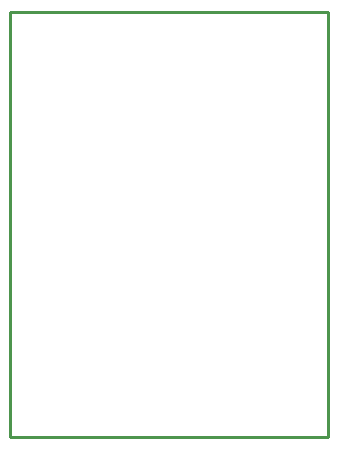
<source format=gm1>
G04*
G04 #@! TF.GenerationSoftware,Altium Limited,Altium Designer,19.0.15 (446)*
G04*
G04 Layer_Color=16711935*
%FSLAX25Y25*%
%MOIN*%
G70*
G01*
G75*
%ADD14C,0.01000*%
D14*
X578740Y102362D02*
X582677D01*
X578740D02*
Y244094D01*
X685039D01*
Y102362D02*
Y244094D01*
X582677Y102362D02*
X685039D01*
M02*

</source>
